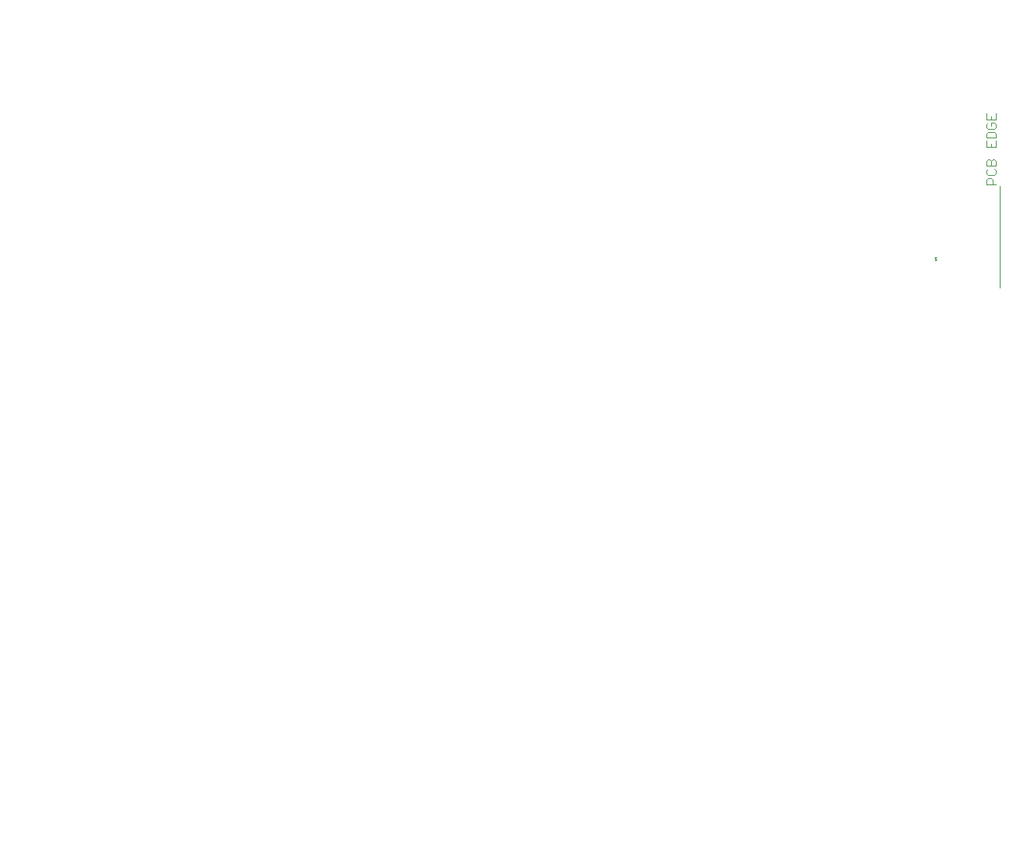
<source format=gts>
G04*
G04 #@! TF.GenerationSoftware,Altium Limited,Altium Designer,22.0.2 (36)*
G04*
G04 Layer_Color=8388736*
%FSLAX25Y25*%
%MOIN*%
G70*
G04*
G04 #@! TF.SameCoordinates,5FA76A90-C183-4406-A071-8446DD7401C7*
G04*
G04*
G04 #@! TF.FilePolarity,Negative*
G04*
G01*
G75*
D10*
X717800Y471673D02*
X717133D01*
X717000Y471540D01*
Y471273D01*
X717133Y471140D01*
X717800D01*
X717000Y470474D02*
X717800D01*
X717400Y470873D01*
Y470340D01*
D12*
X744709Y458874D02*
Y502181D01*
D18*
X742937Y502969D02*
X739001D01*
Y504936D01*
X739657Y505592D01*
X740969D01*
X741625Y504936D01*
Y502969D01*
X739657Y509528D02*
X739001Y508872D01*
Y507560D01*
X739657Y506904D01*
X742281D01*
X742937Y507560D01*
Y508872D01*
X742281Y509528D01*
X739001Y510840D02*
X742937D01*
Y512808D01*
X742281Y513464D01*
X741625D01*
X740969Y512808D01*
Y510840D01*
Y512808D01*
X740313Y513464D01*
X739657D01*
X739001Y512808D01*
Y510840D01*
Y521335D02*
Y518712D01*
X742937D01*
Y521335D01*
X740969Y518712D02*
Y520023D01*
X739001Y522647D02*
X742937D01*
Y524615D01*
X742281Y525271D01*
X739657D01*
X739001Y524615D01*
Y522647D01*
X739657Y529207D02*
X739001Y528551D01*
Y527239D01*
X739657Y526583D01*
X742281D01*
X742937Y527239D01*
Y528551D01*
X742281Y529207D01*
X740969D01*
Y527895D01*
X739001Y533143D02*
Y530519D01*
X742937D01*
Y533143D01*
X740969Y530519D02*
Y531831D01*
D37*
X727189Y471768D02*
D03*
Y489287D02*
D03*
D38*
X514500Y405000D02*
D03*
X533500Y417922D02*
D03*
X523500Y398000D02*
D03*
X533500Y411328D02*
D03*
X514583Y411074D02*
D03*
X516000Y418000D02*
D03*
X493890Y391000D02*
D03*
X491000Y400000D02*
D03*
X411000Y397000D02*
D03*
D03*
X644500Y315500D02*
D03*
X587000Y349000D02*
D03*
X627000Y357000D02*
D03*
X649000Y361500D02*
D03*
X446500Y489591D02*
D03*
X520000Y469000D02*
D03*
X516500Y485500D02*
D03*
X513172Y461672D02*
D03*
X505000Y474765D02*
D03*
X346000Y237500D02*
D03*
X636500Y347000D02*
D03*
X582000Y343500D02*
D03*
X595500Y343000D02*
D03*
X575925Y294000D02*
D03*
X588000Y285000D02*
D03*
X394500Y280000D02*
D03*
X611000Y412000D02*
D03*
X597500Y398500D02*
D03*
X607000Y405000D02*
D03*
X621500Y417000D02*
D03*
X584842Y299000D02*
D03*
X568500Y343500D02*
D03*
X542000Y299000D02*
D03*
X532000Y298500D02*
D03*
X374000Y280000D02*
D03*
X393500Y295000D02*
D03*
X377000Y297000D02*
D03*
X359500Y296500D02*
D03*
X622000Y345500D02*
D03*
X637500Y425000D02*
D03*
Y437000D02*
D03*
X451500Y322500D02*
D03*
X548500Y303000D02*
D03*
X542000Y356500D02*
D03*
X677000Y478500D02*
D03*
X674000Y492500D02*
D03*
X370000Y258500D02*
D03*
X357000Y278500D02*
D03*
X336000Y286000D02*
D03*
X395000Y271000D02*
D03*
X485000Y486000D02*
D03*
X489000Y492000D02*
D03*
X553000Y315000D02*
D03*
X512500Y381000D02*
D03*
X719500Y459000D02*
D03*
X416500Y481000D02*
D03*
X398000Y442500D02*
D03*
X389500Y358453D02*
D03*
X394500Y419500D02*
D03*
Y405500D02*
D03*
X453500Y442000D02*
D03*
X450000Y414500D02*
D03*
X461500Y415500D02*
D03*
X510000Y573000D02*
D03*
X532000Y481000D02*
D03*
X526500Y475000D02*
D03*
X559500Y546000D02*
D03*
X469000Y531500D02*
D03*
X480500Y532000D02*
D03*
D40*
X458429Y357500D02*
D03*
X446224D02*
D03*
D43*
X586000Y441000D02*
D03*
X572500Y447000D02*
D03*
X596500Y455000D02*
D03*
X560000Y449000D02*
D03*
X448000Y479000D02*
D03*
X502000Y308000D02*
D03*
X508500Y327500D02*
D03*
X481000Y305000D02*
D03*
X523000Y305500D02*
D03*
X510500Y299000D02*
D03*
X491000Y336000D02*
D03*
X473000Y559000D02*
D03*
X492000Y353500D02*
D03*
X483500Y324500D02*
D03*
X471500Y479500D02*
D03*
X459500Y474000D02*
D03*
X440500Y256500D02*
D03*
X458827Y263500D02*
D03*
X472827Y265500D02*
D03*
D49*
X350000Y343500D02*
D03*
X340000D02*
D03*
X350000Y353500D02*
D03*
X340000D02*
D03*
X350000Y363500D02*
D03*
X340000D02*
D03*
X350000Y373500D02*
D03*
X340000D02*
D03*
X350000Y383500D02*
D03*
X340000D02*
D03*
X350000Y395000D02*
D03*
X340000D02*
D03*
X350000Y405000D02*
D03*
X340000D02*
D03*
X350000Y415000D02*
D03*
X340000D02*
D03*
X350000Y425000D02*
D03*
X340000D02*
D03*
X350000Y435000D02*
D03*
X340000D02*
D03*
X350000Y447000D02*
D03*
X340000D02*
D03*
X350000Y457000D02*
D03*
X340000D02*
D03*
X350000Y467000D02*
D03*
X340000D02*
D03*
X350000Y477000D02*
D03*
X340000D02*
D03*
X350000Y487000D02*
D03*
X340000D02*
D03*
X350000Y499000D02*
D03*
X340000D02*
D03*
X350000Y509000D02*
D03*
X340000D02*
D03*
X350000Y519000D02*
D03*
X340000D02*
D03*
X350000Y529000D02*
D03*
X340000D02*
D03*
X350000Y539000D02*
D03*
X340000D02*
D03*
D68*
X739000Y496965D02*
D03*
Y464090D02*
D03*
D70*
X497000Y533500D02*
D03*
X492000D02*
D03*
D71*
X406827Y251000D02*
D03*
Y246000D02*
D03*
D72*
X502000Y533500D02*
D03*
D84*
X359240Y248500D02*
D03*
X366327D02*
D03*
X373413D02*
D03*
X380500D02*
D03*
X362784Y252437D02*
D03*
X369870D02*
D03*
X376957D02*
D03*
X358256Y255587D02*
D03*
X381484D02*
D03*
X362784Y265823D02*
D03*
X369870D02*
D03*
X376957D02*
D03*
X359240Y269760D02*
D03*
X366327D02*
D03*
X373413D02*
D03*
X380500D02*
D03*
X358256Y262673D02*
D03*
X381484D02*
D03*
X354319Y266216D02*
D03*
Y259130D02*
D03*
Y252043D02*
D03*
Y244957D02*
D03*
Y237870D02*
D03*
X385421Y266216D02*
D03*
Y259130D02*
D03*
Y252043D02*
D03*
Y244957D02*
D03*
Y237870D02*
D03*
D88*
X526500Y333968D02*
D03*
Y330031D02*
D03*
D140*
X483417Y429673D02*
D03*
Y431642D02*
D03*
Y433610D02*
D03*
Y435579D02*
D03*
Y437547D02*
D03*
Y439516D02*
D03*
Y441484D02*
D03*
Y443453D02*
D03*
Y445421D02*
D03*
Y447390D02*
D03*
Y449358D02*
D03*
Y451327D02*
D03*
X510583D02*
D03*
Y449358D02*
D03*
Y447390D02*
D03*
Y445421D02*
D03*
Y443453D02*
D03*
Y441484D02*
D03*
Y439516D02*
D03*
Y437547D02*
D03*
Y435579D02*
D03*
Y433610D02*
D03*
Y431642D02*
D03*
Y429673D02*
D03*
D141*
X715827Y468795D02*
D03*
X719173Y470173D02*
D03*
X715827Y471551D02*
D03*
D142*
X486173Y454083D02*
D03*
X488142D02*
D03*
X490110D02*
D03*
X492079D02*
D03*
X494047D02*
D03*
X496016D02*
D03*
X497984D02*
D03*
X499953D02*
D03*
X501921D02*
D03*
X503890D02*
D03*
X505858D02*
D03*
X507827D02*
D03*
Y426917D02*
D03*
X505858D02*
D03*
X503890D02*
D03*
X501921D02*
D03*
X499953D02*
D03*
X497984D02*
D03*
X496016D02*
D03*
X494047D02*
D03*
X492079D02*
D03*
X490110D02*
D03*
X488142D02*
D03*
X486173D02*
D03*
D148*
X404779Y406500D02*
D03*
X398874D02*
D03*
X414374D02*
D03*
X420280D02*
D03*
X441374Y332000D02*
D03*
X447280D02*
D03*
X329047Y275000D02*
D03*
X334953D02*
D03*
X330000Y240500D02*
D03*
X335906D02*
D03*
X330047Y254500D02*
D03*
X335953D02*
D03*
X397547Y388000D02*
D03*
X403453D02*
D03*
X530953Y380000D02*
D03*
X525047D02*
D03*
X531453Y357000D02*
D03*
X525547D02*
D03*
X539547Y316000D02*
D03*
X545453D02*
D03*
X478953Y514500D02*
D03*
X473047D02*
D03*
X478953Y494000D02*
D03*
X473047D02*
D03*
X462780Y332000D02*
D03*
X456874D02*
D03*
X426921Y509000D02*
D03*
X432827D02*
D03*
D149*
X615500Y436504D02*
D03*
D150*
Y427153D02*
D03*
D151*
X591500Y432453D02*
D03*
Y426547D02*
D03*
X560500Y433953D02*
D03*
Y428047D02*
D03*
X380000Y352547D02*
D03*
Y358453D02*
D03*
X418500Y411047D02*
D03*
Y416953D02*
D03*
X405000Y411095D02*
D03*
Y417000D02*
D03*
X387500Y437453D02*
D03*
Y431547D02*
D03*
X407000Y437953D02*
D03*
Y432047D02*
D03*
D153*
X497000Y440500D02*
D03*
D161*
X502500Y572953D02*
D03*
Y567047D02*
D03*
D162*
X429453Y231500D02*
D03*
X423547D02*
D03*
D165*
X335032Y265500D02*
D03*
X338968D02*
D03*
X426000Y431500D02*
D03*
X429937D02*
D03*
D166*
X403327Y272827D02*
D03*
Y276173D02*
D03*
X406500Y293673D02*
D03*
Y290327D02*
D03*
X504500Y489673D02*
D03*
Y486327D02*
D03*
X499000Y494673D02*
D03*
Y491327D02*
D03*
X503000Y558173D02*
D03*
Y554827D02*
D03*
X359500Y290173D02*
D03*
Y286827D02*
D03*
X366000Y290673D02*
D03*
Y287327D02*
D03*
X372500Y290673D02*
D03*
Y287327D02*
D03*
X380000Y287653D02*
D03*
Y291000D02*
D03*
X388500Y291173D02*
D03*
Y287827D02*
D03*
X385500Y302673D02*
D03*
Y299327D02*
D03*
D167*
X569839Y523673D02*
D03*
X582437D02*
D03*
X569839Y545327D02*
D03*
X582437D02*
D03*
D168*
X673472Y514221D02*
D03*
Y521779D02*
D03*
X682528D02*
D03*
D169*
Y515008D02*
D03*
D170*
X402673Y377000D02*
D03*
X399327D02*
D03*
X403173Y369000D02*
D03*
X399827D02*
D03*
X400827Y362327D02*
D03*
X404173D02*
D03*
X465173Y422500D02*
D03*
X461827D02*
D03*
X707654Y478173D02*
D03*
X711000D02*
D03*
X460847Y427500D02*
D03*
X457500D02*
D03*
X708327Y463673D02*
D03*
X711673D02*
D03*
X414173Y509000D02*
D03*
X410827D02*
D03*
X443653Y496500D02*
D03*
X447000D02*
D03*
X418153Y256000D02*
D03*
X421500D02*
D03*
D171*
X383000Y366409D02*
D03*
Y369106D02*
D03*
Y371803D02*
D03*
Y374500D02*
D03*
Y377197D02*
D03*
X375126Y380701D02*
D03*
Y378024D02*
D03*
Y374087D02*
D03*
Y371528D02*
D03*
D172*
Y366941D02*
D03*
D173*
X728469Y483087D02*
D03*
Y480528D02*
D03*
Y485646D02*
D03*
Y477969D02*
D03*
Y475409D02*
D03*
D174*
X739000Y476000D02*
D03*
Y485055D02*
D03*
D175*
X725500Y433799D02*
D03*
X725500Y446201D02*
D03*
D176*
X739000Y493864D02*
D03*
X739000Y467191D02*
D03*
D177*
X727000Y562500D02*
D03*
X404500Y548000D02*
D03*
X723500Y230500D02*
D03*
X334500Y318000D02*
D03*
D178*
X404500Y343000D02*
D03*
X394500D02*
D03*
X384500D02*
D03*
X374500D02*
D03*
X404500Y313000D02*
D03*
X394500D02*
D03*
X384500D02*
D03*
D179*
X374500D02*
D03*
D180*
X360000Y225500D02*
D03*
X711500Y254500D02*
D03*
X708000Y356000D02*
D03*
X708500Y319500D02*
D03*
X708000Y331000D02*
D03*
X712000Y268500D02*
D03*
X708500Y343500D02*
D03*
X711500Y294000D02*
D03*
Y281500D02*
D03*
D181*
X370000Y225500D02*
D03*
X380000D02*
D03*
X711000Y449000D02*
D03*
Y439000D02*
D03*
Y419000D02*
D03*
Y399000D02*
D03*
Y389000D02*
D03*
Y409000D02*
D03*
Y429000D02*
D03*
X701500Y254500D02*
D03*
X698000Y356000D02*
D03*
X698500Y319500D02*
D03*
X694000Y411500D02*
D03*
X698000Y331000D02*
D03*
X702000Y268500D02*
D03*
X698500Y343500D02*
D03*
X701500Y294000D02*
D03*
Y281500D02*
D03*
X599500Y540000D02*
D03*
X732000Y276000D02*
D03*
Y286000D02*
D03*
Y306000D02*
D03*
Y326000D02*
D03*
Y336000D02*
D03*
Y316000D02*
D03*
Y296000D02*
D03*
X726000Y402500D02*
D03*
D182*
X711000Y379000D02*
D03*
X694000Y421500D02*
D03*
X599500Y530000D02*
D03*
X732000Y346000D02*
D03*
X726000Y392500D02*
D03*
D183*
X406827Y256000D02*
D03*
D184*
X417827Y273500D02*
D03*
D185*
Y293500D02*
D03*
X428000Y492000D02*
D03*
D186*
X408000D02*
D03*
D187*
X712500Y528673D02*
D03*
Y488673D02*
D03*
D188*
X602343Y509500D02*
D03*
X549157Y505500D02*
D03*
X697500Y505158D02*
D03*
X658500Y504658D02*
D03*
D189*
X582657Y509500D02*
D03*
X568843Y505500D02*
D03*
D190*
X697500Y524843D02*
D03*
X658500Y524342D02*
D03*
D191*
X613000Y250500D02*
D03*
X623000D02*
D03*
X633000D02*
D03*
X653000D02*
D03*
X643000D02*
D03*
D192*
X663000D02*
D03*
D193*
X553500Y260000D02*
D03*
Y250000D02*
D03*
X543500Y260000D02*
D03*
X563500Y250000D02*
D03*
Y260000D02*
D03*
X573500Y250000D02*
D03*
X583500D02*
D03*
X573500Y260000D02*
D03*
X583500D02*
D03*
D194*
X543500Y250000D02*
D03*
M02*

</source>
